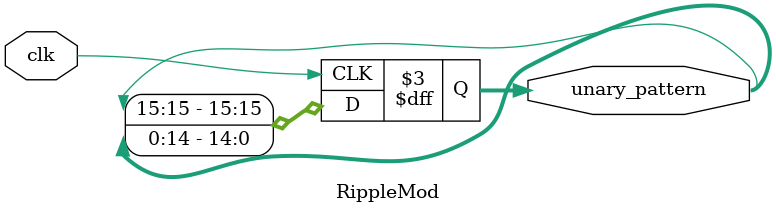
<source format=v>

module Test();
   wire clk;
   wire [3:0] addr_count;
   wire [15:0] out_data;

   ClockMod my_clock(clk);

// program counter (PCmod)
   CountingMod my_counting(clk, addr_count);

// memory (MEMmod)
   StorageMod my_storage(addr_count, clk, 1, out_data); // read signal = 1

   initial begin
      $display("time\tclk\taddr\tdata  (hex optional)");
      $monitor("%4d\t%b\t%b\t%b (%x) ", $time, clk, addr_count, out_data,out_data);

      #32 $finish;
   end
endmodule

module ClockMod(clk);  // actually hardware: crystal oscillator
   output clk;
   reg clk;

   always begin
      clk = 0;         // falling edge (negedge)
      #1;
      clk = 1;         // rising edge (posedge)
      #1;
   end
endmodule

module CountingMod(clk, count);  // expand to PCmod
   input clk;
   output [3:0] count;

   wire [0:15] unary_pattern;

   RippleMod my_ripple(clk, unary_pattern); // generates unary pattern
   CodeMod my_coder(unary_pattern, count);  // code into binary pattern
endmodule

module StorageMod(addr, clk, read, out_stuff); // expand to MEMmod
   input [3:0] addr;
   input clk, read;
   output [15:0] out_stuff;

   reg [15:0] out_stuff;       // output buffer

   reg [15:0] stuff [0:15];     // internal storage

   wire inv_clk, read_now;
   not(inv_clk, clk);
   and(read_now, inv_clk, read);  // when read is 1 and clk falls

   always @(posedge read_now)     // read but at clk v
      out_stuff = stuff[addr];    // put out stuff

// read file instead of assigments, use "instructions.txt"
   initial $readmemb("instructions.txt", stuff);

endmodule

module CodeMod(unary_pattern, count); // unary-to-binary encoder
	input [0:15] unary_pattern;
	output [0:3] count;

	//or(C0, Q1,Q3);
	//or(C1,Q2,Q3);

	or(count[3], unary_pattern[1], unary_pattern[3], unary_pattern[5], unary_pattern[7], unary_pattern[9], unary_pattern[11], unary_pattern[13], unary_pattern[15]);
	or(count[2], unary_pattern[2], unary_pattern[3], unary_pattern[6], unary_pattern[7], unary_pattern[10], unary_pattern[11], unary_pattern[14], unary_pattern[15]);
	or(count[1], unary_pattern[4], unary_pattern[5], unary_pattern[6], unary_pattern[7], unary_pattern[12], unary_pattern[13], unary_pattern[14], unary_pattern[15]);
	or(count[0], unary_pattern[8], unary_pattern[9], unary_pattern[10], unary_pattern[11], unary_pattern[12], unary_pattern[13], unary_pattern[14], unary_pattern[15]);
	endmodule

module RippleMod(clk, unary_pattern); // unary pattern generator
   input clk;
	output [0:15] unary_pattern;
	reg [0:15] unary_pattern;

	always @(posedge clk) begin
	unary_pattern[0] <= unary_pattern[15];
	unary_pattern[1] <= unary_pattern[0];
	unary_pattern[2] <= unary_pattern[1];
	unary_pattern[3] <= unary_pattern[2];
	unary_pattern[4] <= unary_pattern[3];
	unary_pattern[5] <= unary_pattern[4];
	unary_pattern[6] <= unary_pattern[5];
	unary_pattern[7] <= unary_pattern[6];
	unary_pattern[8] <= unary_pattern[7];
	unary_pattern[9] <= unary_pattern[8];
	unary_pattern[10] <= unary_pattern[9];
	unary_pattern[11] <= unary_pattern[10];
	unary_pattern[12] <= unary_pattern[11];
	unary_pattern[13] <= unary_pattern[12];
	unary_pattern[14] <= unary_pattern[13];
	unary_pattern[15] <= unary_pattern[14];
	end
	initial unary_pattern = 16'b0000000000000001;
	
endmodule


</source>
